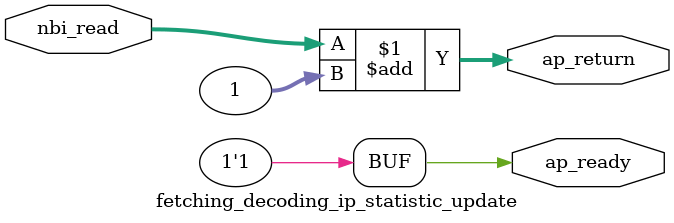
<source format=v>

`timescale 1 ns / 1 ps 

module fetching_decoding_ip_statistic_update (
        ap_ready,
        nbi_read,
        ap_return
);


output   ap_ready;
input  [31:0] nbi_read;
output  [31:0] ap_return;

assign ap_ready = 1'b1;

assign ap_return = (nbi_read + 32'd1);

endmodule //fetching_decoding_ip_statistic_update

</source>
